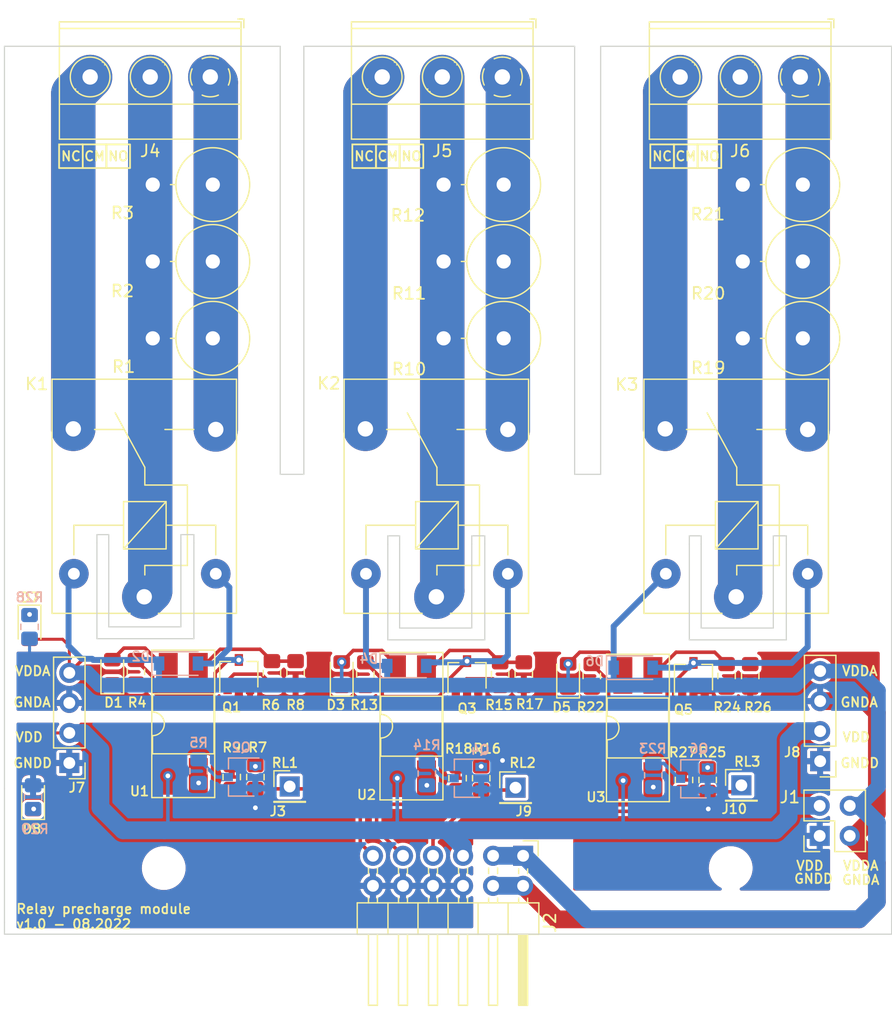
<source format=kicad_pcb>
(kicad_pcb (version 20211014) (generator pcbnew)
  (layers (0 "F.Cu" signal) (31 "B.Cu" signal) (34 "B.Paste" user) (35 "F.Paste" user) (36 "B.SilkS" user "B.Silkscreen") (37 "F.SilkS" user "F.Silkscreen") (38 "B.Mask" user) (39 "F.Mask" user) (44 "Edge.Cuts" user))
  (net 0 "")
  (net 1 "Net-(D1-Pad1)")
  (net 2 "VDDA")
  (net 3 "Net-(D2-Pad2)")
  (net 4 "Net-(D3-Pad1)")
  (net 5 "Net-(D4-Pad2)")
  (net 6 "Net-(D5-Pad1)")
  (net 7 "Net-(D6-Pad2)")
  (net 8 "GNDA")
  (net 9 "GNDD")
  (net 10 "VDD")
  (net 11 "/RL3")
  (net 12 "/RL2")
  (net 13 "/RL1")
  (net 14 "/RL1_NC")
  (net 15 "/RL1_CM")
  (net 16 "/RL1_NO")
  (net 17 "/RL2_NC")
  (net 18 "/RL2_CM")
  (net 19 "/RL2_NO")
  (net 20 "/RL3_NC")
  (net 21 "/RL3_CM")
  (net 22 "/RL3_NO")
  (net 23 "Net-(Q1-Pad1)")
  (net 24 "Net-(Q2-Pad1)")
  (net 25 "Net-(Q2-Pad3)")
  (net 26 "Net-(Q3-Pad1)")
  (net 27 "Net-(Q4-Pad1)")
  (net 28 "Net-(Q4-Pad3)")
  (net 29 "Net-(Q5-Pad1)")
  (net 30 "Net-(Q6-Pad1)")
  (net 31 "Net-(Q6-Pad3)")
  (net 32 "Net-(R5-Pad2)")
  (net 33 "Net-(R6-Pad1)")
  (net 34 "Net-(R14-Pad2)")
  (net 35 "Net-(R15-Pad1)")
  (net 36 "Net-(R23-Pad2)")
  (net 37 "Net-(R24-Pad1)")
  (net 38 "Net-(D7-Pad1)")
  (net 39 "Net-(D8-Pad1)")
  (footprint "Resistor_SMD:R_0805_2012Metric_Pad1.20x1.40mm_HandSolder" (layer "F.Cu") (at 45.2 84.5 90)
    (fp_text reference "R7")
    (fp_text value "4k7")
  )
  (footprint "Resistor_SMD:R_0805_2012Metric_Pad1.20x1.40mm_HandSolder" (layer "F.Cu") (at 85.05 75.95 -90)
    (fp_text reference "R24")
    (fp_text value "4k7")
  )
  (footprint "TerminalBlock_Phoenix:TerminalBlock_Phoenix_MKDS-1,5-3-5.08_1x03_P5.08mm_Horizontal" (layer "F.Cu") (at 41.385 25.295 180)
    (fp_text reference "J4")
    (fp_text value "Screw_Terminal_01x03")
  )
  (footprint "LED_SMD:LED_0805_2012Metric_Pad1.15x1.40mm_HandSolder" (layer "F.Cu") (at 33.1 75.6 90)
    (fp_text reference "D1")
    (fp_text value "LED")
  )
  (footprint "Relay_THT:Relay_SPDT_SANYOU_SRD_Series_Form_C" (layer "F.Cu") (at 35.8 69.2568 90)
    (fp_text reference "K1")
    (fp_text value "SANYOU_SRD_Form_C")
  )
  (footprint "Connector_PinHeader_2.54mm:PinHeader_1x04_P2.54mm_Vertical" (layer "F.Cu") (at 92.964 83.1596 180)
    (fp_text reference "J8")
    (fp_text value "Conn_01x04")
  )
  (footprint "Resistor_THT:R_Axial_DIN0617_L17.0mm_D6.0mm_P5.08mm_Vertical" (layer "F.Cu") (at 41.6 40.9 180)
    (fp_text reference "R2")
    (fp_text value "TBD")
  )
  (footprint "Resistor_THT:R_Axial_DIN0617_L17.0mm_D6.0mm_P5.08mm_Vertical" (layer "F.Cu") (at 91.5 34.4 180)
    (fp_text reference "R21")
    (fp_text value "TBD")
  )
  (footprint "LED_SMD:LED_0805_2012Metric_Pad1.15x1.40mm_HandSolder" (layer "F.Cu") (at 71.65 75.95 90)
    (fp_text reference "D5")
    (fp_text value "LED")
  )
  (footprint "Connector_PinHeader_2.54mm:PinHeader_2x02_P2.54mm_Vertical" (layer "F.Cu") (at 92.925 89.475 90)
    (fp_text reference "J1")
    (fp_text value "Conn_02x02_Odd_Even")
  )
  (footprint "Resistor_SMD:R_0805_2012Metric_Pad1.20x1.40mm_HandSolder" (layer "F.Cu") (at 73.65 75.95 -90)
    (fp_text reference "R22")
    (fp_text value "2k2")
  )
  (footprint "Resistor_THT:R_Axial_DIN0617_L17.0mm_D6.0mm_P5.08mm_Vertical" (layer "F.Cu") (at 41.6 47.4 180)
    (fp_text reference "R1")
    (fp_text value "TBD")
  )
  (footprint "Package_DIP:DIP-4_W8.89mm_SMDSocket_LongPads" (layer "F.Cu") (at 77.55 80.35 90)
    (fp_text reference "U3")
    (fp_text value "PC817")
  )
  (footprint "Resistor_THT:R_Axial_DIN0617_L17.0mm_D6.0mm_P5.08mm_Vertical" (layer "F.Cu") (at 66.2 34.4 180)
    (fp_text reference "R12")
    (fp_text value "TBD")
  )
  (footprint "Connector_PinHeader_2.54mm:PinHeader_1x01_P2.54mm_Vertical" (layer "F.Cu") (at 86.3 85.2)
    (fp_text reference "J10")
    (fp_text value "Conn_01x01")
  )
  (footprint "Relay_THT:Relay_SPDT_SANYOU_SRD_Series_Form_C" (layer "F.Cu") (at 60.5028 69.2568 90)
    (fp_text reference "K2")
    (fp_text value "SANYOU_SRD_Form_C")
  )
  (footprint "Package_DIP:DIP-4_W8.89mm_SMDSocket_LongPads" (layer "F.Cu") (at 39.1 80 90)
    (fp_text reference "U1")
    (fp_text value "PC817")
  )
  (footprint "MountingHole:MountingHole_3.2mm_M3" (layer "F.Cu") (at 37.45 92.2)
    (fp_text reference "REF**" hide)
    (fp_text value "MountingHole_3.2mm_M3")
  )
  (footprint "Resistor_THT:R_Axial_DIN0617_L17.0mm_D6.0mm_P5.08mm_Vertical" (layer "F.Cu") (at 41.6 34.4 180)
    (fp_text reference "R3")
    (fp_text value "TBD")
  )
  (footprint "Resistor_SMD:R_0805_2012Metric_Pad1.20x1.40mm_HandSolder" (layer "F.Cu") (at 54.5 75.8 -90)
    (fp_text reference "R13")
    (fp_text value "2k2")
  )
  (footprint "Resistor_SMD:R_0805_2012Metric_Pad1.20x1.40mm_HandSolder" (layer "F.Cu") (at 67.9 75.8 90)
    (fp_text reference "R17")
    (fp_text value "47k")
  )
  (footprint "Resistor_SMD:R_0805_2012Metric_Pad1.20x1.40mm_HandSolder" (layer "F.Cu") (at 43.2 84.5 -90)
    (fp_text reference "R9")
    (fp_text value "47k")
  )
  (footprint "Package_TO_SOT_SMD:SOT-23W" (layer "F.Cu") (at 63.1 75.9 90)
    (fp_text reference "Q3")
    (fp_text value "BCW66H")
  )
  (footprint "TerminalBlock_Phoenix:TerminalBlock_Phoenix_MKDS-1,5-3-5.08_1x03_P5.08mm_Horizontal" (layer "F.Cu") (at 66.085 25.295 180)
    (fp_text reference "J5")
    (fp_text value "Screw_Terminal_01x03")
  )
  (footprint "Resistor_SMD:R_0805_2012Metric_Pad1.20x1.40mm_HandSolder" (layer "F.Cu") (at 46.6 75.7 -90)
    (fp_text reference "R6")
    (fp_text value "4k7")
  )
  (footprint "LED_SMD:LED_0805_2012Metric_Pad1.15x1.40mm_HandSolder" (layer "F.Cu") (at 26.1 71.825 -90)
    (fp_text reference "D7")
    (fp_text value "LED")
  )
  (footprint "Resistor_SMD:R_0805_2012Metric_Pad1.20x1.40mm_HandSolder" (layer "F.Cu") (at 62.3 84.6 -90)
    (fp_text reference "R18")
    (fp_text value "47k")
  )
  (footprint "Relay_THT:Relay_SPDT_SANYOU_SRD_Series_Form_C" (layer "F.Cu") (at 85.8608 69.2568 90)
    (fp_text reference "K3")
    (fp_text value "SANYOU_SRD_Form_C")
  )
  (footprint "Connector_PinHeader_2.54mm:PinHeader_1x01_P2.54mm_Vertical" (layer "F.Cu") (at 48.1 85.3)
    (fp_text reference "J3")
    (fp_text value "Conn_01x01")
  )
  (footprint "Resistor_THT:R_Axial_DIN0617_L17.0mm_D6.0mm_P5.08mm_Vertical" (layer "F.Cu") (at 66.2 40.9 180)
    (fp_text reference "R11")
    (fp_text value "TBD")
  )
  (footprint "Resistor_SMD:R_0805_2012Metric_Pad1.20x1.40mm_HandSolder" (layer "F.Cu") (at 83.45 84.75 90)
    (fp_text reference "R25")
    (fp_text value "4k7")
  )
  (footprint "TerminalBlock_Phoenix:TerminalBlock_Phoenix_MKDS-1,5-3-5.08_1x03_P5.08mm_Horizontal" (layer "F.Cu") (at 91.28 25.3 180)
    (fp_text reference "J6")
    (fp_text value "Screw_Terminal_01x03")
  )
  (footprint "Connector_PinHeader_2.54mm:PinHeader_1x04_P2.54mm_Vertical" (layer "F.Cu") (at 29.464 83.312 180)
    (fp_text reference "J7")
    (fp_text value "Conn_01x04")
  )
  (footprint "Resistor_SMD:R_0805_2012Metric_Pad1.20x1.40mm_HandSolder" (layer "F.Cu") (at 87.05 75.95 90)
    (fp_text reference "R26")
    (fp_text value "47k")
  )
  (footprint "Package_DIP:DIP-4_W8.89mm_SMDSocket_LongPads" (layer "F.Cu") (at 58.4 80.2 90)
    (fp_text reference "U2")
    (fp_text value "PC817")
  )
  (footprint "MountingHole:MountingHole_3.2mm_M3" (layer "F.Cu") (at 85.4 92.2)
    (fp_text reference "REF**" hide)
    (fp_text value "MountingHole_3.2mm_M3")
  )
  (footprint "Package_TO_SOT_SMD:SOT-23W" (layer "F.Cu") (at 43.8 75.8 90)
    (fp_text reference "Q1")
    (fp_text value "BCW66H")
  )
  (footprint "Connector_PinHeader_2.54mm:PinHeader_1x01_P2.54mm_Vertical" (layer "F.Cu") (at 67.2 85.4)
    (fp_text reference "J9")
    (fp_text value "Conn_01x01")
  )
  (footprint "LED_SMD:LED_0805_2012Metric_Pad1.15x1.40mm_HandSolder" (layer "F.Cu") (at 52.5 75.8 90)
    (fp_text reference "D3")
    (fp_text value "LED")
  )
  (footprint "Connector_PinHeader_2.54mm:PinHeader_2x06_P2.54mm_Horizontal" (layer "F.Cu") (at 67.8434 91.1606 -90)
    (fp_text reference "J2")
    (fp_text value "Conn_02x06_Odd_Even")
  )
  (footprint "Resistor_THT:R_Axial_DIN0617_L17.0mm_D6.0mm_P5.08mm_Vertical" (layer "F.Cu") (at 66.2 47.4 180)
    (fp_text reference "R10")
    (fp_text value "TBD")
  )
  (footprint "Package_TO_SOT_SMD:SOT-23W" (layer "F.Cu") (at 82.25 76.05 90)
    (fp_text reference "Q5")
    (fp_text value "BCW66H")
  )
  (footprint "Resistor_THT:R_Axial_DIN0617_L17.0mm_D6.0mm_P5.08mm_Vertical" (layer "F.Cu") (at 91.5 47.4 180)
    (fp_text reference "R19")
    (fp_text value "TBD")
  )
  (footprint "Resistor_SMD:R_0805_2012Metric_Pad1.20x1.40mm_HandSolder" (layer "F.Cu") (at 81.45 84.75 -90)
    (fp_text reference "R27")
    (fp_text value "47k")
  )
  (footprint "Resistor_THT:R_Axial_DIN0617_L17.0mm_D6.0mm_P5.08mm_Vertical" (layer "F.Cu") (at 91.5 40.9 180)
    (fp_text reference "R20")
    (fp_text value "TBD")
  )
  (footprint "Resistor_SMD:R_0805_2012Metric_Pad1.20x1.40mm_HandSolder" (layer "F.Cu") (at 35.1 75.6 -90)
    (fp_text reference "R4")
    (fp_text value "2k2")
  )
  (footprint "Resistor_SMD:R_0805_2012Metric_Pad1.20x1.40mm_HandSolder" (layer "F.Cu") (at 48.6 75.7 90)
    (fp_text reference "R8")
    (fp_text value "47k")
  )
  (footprint "Resistor_SMD:R_0805_2012Metric_Pad1.20x1.40mm_HandSolder" (layer "F.Cu") (at 64.3 84.6 90)
    (fp_text reference "R16")
    (fp_text value "4k7")
  )
  (footprint "Resistor_SMD:R_0805_2012Metric_Pad1.20x1.40mm_HandSolder" (layer "F.Cu") (at 65.9 75.8 -90)
    (fp_text reference "R15")
    (fp_text value "4k7")
  )
  (footprint "LED_SMD:LED_0805_2012Metric_Pad1.15x1.40mm_HandSolder" (layer "F.Cu") (at 26.4 86.225 90)
    (fp_text reference "D8")
    (fp_text value "LED")
  )
  (footprint "Resistor_SMD:R_0805_2012Metric_Pad1.20x1.40mm_HandSolder" (layer "B.Cu") (at 59.7 84.2 -90)
    (fp_text reference "R14")
    (fp_text value "360R,>0.35W")
  )
  (footprint "Resistor_SMD:R_0805_2012Metric_Pad1.20x1.40mm_HandSolder" (layer "B.Cu") (at 40.4 84 -90)
    (fp_text reference "R5")
    (fp_text value "360R,>0.35W")
  )
  (footprint "Diode_SMD:D_SOD-123" (layer "B.Cu") (at 58 75.1)
    (fp_text reference "D4")
    (fp_text value "1N4148")
  )
  (footprint "Package_TO_SOT_SMD:SOT-23W" (layer "B.Cu") (at 63.1 84.6 180)
    (fp_text reference "Q4")
    (fp_text value "BCW66H")
  )
  (footprint "Package_TO_SOT_SMD:SOT-23W" (layer "B.Cu") (at 44 84.5 180)
    (fp_text reference "Q2")
    (fp_text value "BCW66H")
  )
  (footprint "Package_TO_SOT_SMD:SOT-23W" (layer "B.Cu") (at 82.25 84.65 180)
    (fp_text reference "Q6")
    (fp_text value "BCW66H")
  )
  (footprint "Diode_SMD:D_SOD-123" (layer "B.Cu") (at 38.7 74.9)
    (fp_text reference "D2")
    (fp_text value "1N4148")
  )
  (footprint "Resistor_SMD:R_0805_2012Metric_Pad1.20x1.40mm_HandSolder" (layer "B.Cu") (at 78.85 84.35 -90)
    (fp_text reference "R23")
    (fp_text value "360R,>0.35W")
  )
  (footprint "Resistor_SMD:R_0805_2012Metric_Pad1.20x1.40mm_HandSolder" (layer "B.Cu") (at 26.4 86.2 -90)
    (fp_text reference "R29")
    (fp_text value "2k")
  )
  (footprint "Diode_SMD:D_SOD-123" (layer "B.Cu") (at 77.15 75.25)
    (fp_text reference "D6")
    (fp_text value "1N4148")
  )
  (footprint "Resistor_SMD:R_0805_2012Metric_Pad1.20x1.40mm_HandSolder" (layer "B.Cu") (at 26.1 71.8 90)
    (fp_text reference "R28")
    (fp_text value "2k")
  )
  (gr_rect (start 32.6 31) (end 34.6 33) (layer "F.SilkS") (width 0.15) (fill none))
  (gr_rect (start 53.4 31) (end 55.4 33) (layer "F.SilkS") (width 0.15) (fill none))
  (gr_rect (start 82.6 31) (end 84.6 33) (layer "F.SilkS") (width 0.15) (fill none))
  (gr_rect (start 55.4 31) (end 57.4 33) (layer "F.SilkS") (width 0.15) (fill none))
  (gr_rect (start 30.6 31) (end 32.6 33) (layer "F.SilkS") (width 0.15) (fill none))
  (gr_rect (start 57.4 31) (end 59.4 33) (layer "F.SilkS") (width 0.15) (fill none))
  (gr_rect (start 80.6 31) (end 82.6 33) (layer "F.SilkS") (width 0.15) (fill none))
  (gr_rect (start 28.6 31) (end 30.6 33) (layer "F.SilkS") (width 0.15) (fill none))
  (gr_rect (start 78.6 31) (end 80.6 33) (layer "F.SilkS") (width 0.15) (fill none))
  (gr_line (start 40 64) (end 40 64.7) (layer "Edge.Cuts") (width 0.1))
  (gr_line (start 23.9776 96.774) (end 23.9776 97.79) (layer "Edge.Cuts") (width 0.1))
  (gr_line (start 64.6 64.1) (end 63.5 64.1) (layer "Edge.Cuts") (width 0.1))
  (gr_line (start 82.9 64.1) (end 81.9 64.1) (layer "Edge.Cuts") (width 0.1))
  (gr_line (start 32.8 71.8) (end 32.8 64.7) (layer "Edge.Cuts") (width 0.1))
  (gr_line (start 23.9776 96.774) (end 23.9776 85.4456) (layer "Edge.Cuts") (width 0.1))
  (gr_line (start 57.4 64.1) (end 56.4 64.1) (layer "Edge.Cuts") (width 0.1))
  (gr_line (start 63.5 64.1) (end 63.5 64.8) (layer "Edge.Cuts") (width 0.1))
  (gr_line (start 56.4 64.8) (end 56.4 72.9) (layer "Edge.Cuts") (width 0.1))
  (gr_line (start 64.6 64.1) (end 64.6 64.8) (layer "Edge.Cuts") (width 0.1))
  (gr_line (start 32.8 64) (end 31.8 64) (layer "Edge.Cuts") (width 0.1))
  (gr_line (start 90.1 72.9) (end 90.1 64.8) (layer "Edge.Cuts") (width 0.1))
  (gr_line (start 81.9 72.9) (end 90.1 72.9) (layer "Edge.Cuts") (width 0.1))
  (gr_line (start 31.8 72.8) (end 40 72.8) (layer "Edge.Cuts") (width 0.1))
  (gr_line (start 89 64.1) (end 89 64.8) (layer "Edge.Cuts") (width 0.1))
  (gr_line (start 47.3 58.9) (end 49.3 58.9) (layer "Edge.Cuts") (width 0.1))
  (gr_line (start 63.5 64.8) (end 63.5 71.9) (layer "Edge.Cuts") (width 0.1))
  (gr_line (start 56.4 64.1) (end 56.4 64.8) (layer "Edge.Cuts") (width 0.1))
  (gr_line (start 72.2 58.9) (end 74.4 58.9) (layer "Edge.Cuts") (width 0.1))
  (gr_line (start 81.9 64.1) (end 81.9 64.8) (layer "Edge.Cuts") (width 0.1))
  (gr_line (start 23.9776 22.7) (end 47.3 22.7) (layer "Edge.Cuts") (width 0.1))
  (gr_line (start 81.9 64.8) (end 81.9 72.9) (layer "Edge.Cuts") (width 0.1))
  (gr_line (start 72.2 22.7) (end 72.2 58.9) (layer "Edge.Cuts") (width 0.1))
  (gr_line (start 99.0092 22.7) (end 99.0092 96.774) (layer "Edge.Cuts") (width 0.1))
  (gr_line (start 47.3 22.7) (end 47.3 58.9) (layer "Edge.Cuts") (width 0.1))
  (gr_line (start 99.0092 96.774) (end 99.0092 97.79) (layer "Edge.Cuts") (width 0.1))
  (gr_line (start 38.9 64) (end 38.9 64.7) (layer "Edge.Cuts") (width 0.1))
  (gr_line (start 57.4 64.1) (end 57.4 64.8) (layer "Edge.Cuts") (width 0.1))
  (gr_line (start 38.9 64.7) (end 38.9 71.8) (layer "Edge.Cuts") (width 0.1))
  (gr_line (start 89 71.9) (end 82.9 71.9) (layer "Edge.Cuts") (width 0.1))
  (gr_line (start 90.1 64.1) (end 89 64.1) (layer "Edge.Cuts") (width 0.1))
  (gr_line (start 74.4 58.9) (end 74.4 22.7) (layer "Edge.Cuts") (width 0.1))
  (gr_line (start 40 72.8) (end 40 64.7) (layer "Edge.Cuts") (width 0.1))
  (gr_line (start 40 64) (end 38.9 64) (layer "Edge.Cuts") (width 0.1))
  (gr_line (start 38.9 71.8) (end 32.8 71.8) (layer "Edge.Cuts") (width 0.1))
  (gr_line (start 64.6 72.9) (end 64.6 64.8) (layer "Edge.Cuts") (width 0.1))
  (gr_line (start 57.4 71.9) (end 57.4 64.8) (layer "Edge.Cuts") (width 0.1))
  (gr_line (start 82.9 64.1) (end 82.9 64.8) (layer "Edge.Cuts") (width 0.1))
  (gr_line (start 99.0092 97.79) (end 23.9776 97.79) (layer "Edge.Cuts") (width 0.1))
  (gr_line (start 31.8 64) (end 31.8 64.7) (layer "Edge.Cuts") (width 0.1))
  (gr_line (start 90.1 64.1) (end 90.1 64.8) (layer "Edge.Cuts") (width 0.1))
  (gr_line (start 63.5 71.9) (end 57.4 71.9) (layer "Edge.Cuts") (width 0.1))
  (gr_line (start 49.3 22.7) (end 72.2 22.7) (layer "Edge.Cuts") (width 0.1))
  (gr_line (start 32.8 64) (end 32.8 64.7) (layer "Edge.Cuts") (width 0.1))
  (gr_line (start 31.8 64.7) (end 31.8 72.8) (layer "Edge.Cuts") (width 0.1))
  (gr_line (start 74.4 22.7) (end 99.0092 22.7) (layer "Edge.Cuts") (width 0.1))
  (gr_line (start 49.3 58.9) (end 49.3 22.7) (layer "Edge.Cuts") (width 0.1))
  (gr_line (start 89 64.8) (end 89 71.9) (layer "Edge.Cuts") (width 0.1))
  (gr_line (start 82.9 71.9) (end 82.9 64.8) (layer "Edge.Cuts") (width 0.1))
  (gr_line (start 56.4 72.9) (end 64.6 72.9) (layer "Edge.Cuts") (width 0.1))
  (gr_line (start 23.9776 85.4456) (end 23.9776 22.7) (layer "Edge.Cuts") (width 0.1))
  (gr_text "RL2" (at 67.8 83.3) (layer "F.SilkS") (effects (font (size 0.8 0.8))))
  (gr_text "GNDA" (at 96.4 93.2) (layer "F.SilkS") (effects (font (size 0.8 0.8))))
  (gr_text "NO" (at 33.6 32) (layer "F.SilkS") (effects (font (size 0.8 0.8))))
  (gr_text "CM" (at 31.6 32) (layer "F.SilkS") (effects (font (size 0.8 0.8))))
  (gr_text "GNDD" (at 92.4 93.1) (layer "F.SilkS") (effects (font (size 0.8 0.8))))
  (gr_text "VDD" (at 96.012 81.1276) (layer "F.SilkS") (effects (font (size 0.8 0.8))))
  (gr_text "CM" (at 56.4 32) (layer "F.SilkS") (effects (font (size 0.8 0.8))))
  (gr_text "RL1" (at 47.7 83.3) (layer "F.SilkS") (effects (font (size 0.8 0.8))))
  (gr_text "VDD" (at 26.0604 81.1276) (layer "F.SilkS") (effects (font (size 0.8 0.8))))
  (gr_text "Relay precharge module\nv1.0 - 08.2022\n" (at 24.9 96.3) (layer "F.SilkS") (effects (font (size 0.8 0.8)) (justify left)))
  (gr_text "NC" (at 79.6 32) (layer "F.SilkS") (effects (font (size 0.8 0.8))))
  (gr_text "VDD" (at 92.1 92) (layer "F.SilkS") (effects (font (size 0.8 0.8))))
  (gr_text "GNDD" (at 96.3168 83.312) (layer "F.SilkS") (effects (font (size 0.8 0.8))))
  (gr_text "GNDA" (at 96.266 78.1812) (layer "F.SilkS") (effects (font (size 0.8 0.8))))
  (gr_text "NC" (at 29.6 32) (layer "F.SilkS") (effects (font (size 0.8 0.8))))
  (gr_text "NC" (at 54.4 32) (layer "F.SilkS") (effects (font (size 0.8 0.8))))
  (gr_text "RL3" (at 86.8 83.2) (layer "F.SilkS") (effects (font (size 0.8 0.8))))
  (gr_text "CM" (at 81.6 32) (layer "F.SilkS") (effects (font (size 0.8 0.8))))
  (gr_text "VDDA" (at 96.4 92) (layer "F.SilkS") (effects (font (size 0.8 0.8))))
  (gr_text "NO" (at 83.6 32) (layer "F.SilkS") (effects (font (size 0.8 0.8))))
  (gr_text "GNDA" (at 26.3144 78.1812) (layer "F.SilkS") (effects (font (size 0.8 0.8))))
  (gr_text "VDDA" (at 96.3168 75.5396) (layer "F.SilkS") (effects (font (size 0.8 0.8))))
  (gr_text "VDDA" (at 26.3652 75.5396) (layer "F.SilkS") (effects (font (size 0.8 0.8))))
  (gr_text "GNDD" (at 26.3652 83.312) (layer "F.SilkS") (effects (font (size 0.8 0.8))))
  (gr_text "NO" (at 58.4 32) (layer "F.SilkS") (effects (font (size 0.8 0.8))))
  (segment (start 33.1 76.625) (end 35.075 76.625) (width 0.3) (layer "F.Cu") (net 1))
  (segment (start 35.075 76.625) (end 35.1 76.6) (width 0.3) (layer "F.Cu") (net 1))
  (segment (start 30.581 74.575) (end 29.464 75.692) (width 0.3) (layer "F.Cu") (net 2))
  (segment (start 37.83 75.555) (end 35.871 73.596) (width 0.3) (layer "F.Cu") (net 2))
  (segment (start 35.871 73.596) (end 34.079 73.596) (width 0.3) (layer "F.Cu") (net 2))
  (segment (start 52.5 74.775) (end 53.479 73.796) (width 0.3) (layer "F.Cu") (net 2))
  (segment (start 55.896 73.796) (end 57.13 75.03) (width 0.3) (layer "F.Cu") (net 2))
  (segment (start 53.479 73.796) (end 55.896 73.796) (width 0.3) (layer "F.Cu") (net 2))
  (segment (start 75.071 73.946) (end 72.629 73.946) (width 0.3) (layer "F.Cu") (net 2))
  (segment (start 28.9 72.85) (end 29.464 73.414) (width 0.254) (layer "F.Cu") (net 2))
  (segment (start 72.629 73.946) (end 71.65 74.925) (width 0.3) (layer "F.Cu") (net 2))
  (segment (start 29.464 73.414) (end 29.464 75.692) (width 0.254) (layer "F.Cu") (net 2))
  (segment (start 76.28 75.155) (end 75.071 73.946) (width 0.3) (layer "F.Cu") (net 2))
  (segment (start 76.28 75.905) (end 76.28 75.155) (width 0.3) (layer "F.Cu") (net 2))
  (segment (start 33.1 74.575) (end 30.581 74.575) (width 0.3) (layer "F.Cu") (net 2))
  (segment (start 57.13 75.03) (end 57.13 75.755) (width 0.3) (layer "F.Cu") (net 2))
  (segment (start 34.079 73.596) (end 33.1 74.575) (width 0.3) (layer "F.Cu") (net 2))
  (segment (start 26.1 72.85) (end 28.9 72.85) (width 0.254) (layer "F.Cu") (net 2))
  (via (at 52.5 74.775) (size 0.8) (drill 0.4) (layers "F.Cu" "B.Cu") (net 2))
  (via (at 71.65 74.925) (size 0.8) (drill 0.4) (layers "F.Cu" "B.Cu") (net 2))
  (segment (start 29.464 75.692) (end 30.992 75.692) (width 1.25) (layer "B.Cu") (net 2))
  (segment (start 75.421 76.729) (end 90.871 76.729) (width 1.25) (layer "B.Cu") (net 2))
  (segment (start 75.5 71.75) (end 75.5 75.25) (width 0.5) (layer "B.Cu") (net 2))
  (segment (start 96.335 86.935) (end 95.465 86.935) (width 1.5) (layer "B.Cu") (net 2))
  (segment (start 29.4 67.7568) (end 29.85 67.3068) (width 0.5) (layer "B.Cu") (net 2))
  (segment (start 92.0604 75.5396) (end 92.964 75.5396) (width 1.25) (layer "B.Cu") (net 2))
  (segment (start 96.265 86.935) (end 95.465 86.935) (width 1.25) (layer "B.Cu") (net 2))
  (segment (start 79.9108 67.3068) (end 79.9108 67.3392) (width 0.3) (layer "B.Cu") (net 2))
  (segment (start 97.7592 95.0408) (end 97.7592 88.3592) (width 1.5) (layer "B.Cu") (net 2))
  (segment (start 52.479 76.729) (end 56.421 76.729) (width 1.25) (layer "B.Cu") (net 2))
  (segment (start 75.5 75.25) (end 75.5 76.65) (width 0.5) (layer "B.Cu") (net 2))
  (segment (start 52.5 76.708) (end 52.479 76.729) (width 0.3) (layer "B.Cu") (net 2))
  (segment (start 36.725 74.6) (end 31.475 74.6) (width 0.5) (layer "B.Cu") (net 2))
  (segment (start 56.35 76.658) (end 56.421 76.729) (width 0.5) (layer "B.Cu") (net 2))
  (segment (start 30.992 75.692) (end 32.029 76.729) (width 1.25) (layer "B.Cu") (net 2))
  (segment (start 71.65 76.6) (end 71.521 76.729) (width 0.3) (layer "B.Cu") (net 2))
  (segment (start 36.971 76.729) (end 52.479 76.729) (width 1.25) (layer "B.Cu") (net 2))
  (segment (start 37.05 74.9) (end 37.05 76.65) (width 0.5) (layer "B.Cu") (net 2))
  (segment (start 37.05 74.9) (end 36.65 74.5) (width 0.3) (layer "B.Cu") (net 2))
  (segment (start 67.925352 91.1606) (end 73.284752 96.52) (width 1.5) (layer "B.Cu") (net 2))
  (segment (start 55.3 75.1) (end 56.35 75.1) (width 0.5) (layer "B.Cu") (net 2))
  (segment (start 29.4 73.4) (end 29.4 67.7568) (width 0.5) (layer "B.Cu") (net 2))
  (segment (start 65.3034 91.1606) (end 67.8434 91.1606) (width 1.5) (layer "B.Cu") (net 2))
  (segment (start 32.029 76.729) (end 36.971 76.729) (width 1.25) (layer "B.Cu") (net 2))
  (segment (start 90.871 76.729) (end 92.0604 75.5396) (width 1.25) (layer "B.Cu") (net 2))
  (segment (start 97.8842 85.3158) (end 96.265 86.935) (width 1.25) (layer "B.Cu") (net 2))
  (segment (start 31.4 74.5) (end 30.5 74.5) (width 0.5) (layer "B.Cu") (net 2))
  (segment (start 96.2396 75.5396) (end 97.8842 77.1842) (width 1.25) (layer "B.Cu") (net 2))
  (segment (start 79.9108 67.3392) (end 75.5 71.75) (width 0.5) (layer "B.Cu") (net 2))
  (segment (start 96.28 96.52) (end 97.7592 95.0408) (width 1.5) (layer "B.Cu") (net 2))
  (segment (start 97.8842 77.1842) (end 97.8842 85.3158) (width 1.25) (layer "B.Cu") (net 2))
  (segment (start 54.5528 67.3068) (end 54.5528 74.3528) (width 0.5) (layer "B.Cu") (net 2))
  (segment (start 30.5 74.5) (end 29.4 73.4) (width 0.5) (layer "B.Cu") (net 2))
  (segment (start 71.521 76.729) (end 75.421 76.729) (width 1.25) (layer "B.Cu") (net 2))
  (segment (start 97.7592 88.3592) (end 96.335 86.935) (width 1.5) (layer "B.Cu") (net 2))
  (segment (start 56.421 76.729) (end 71.521 76.729) (width 1.25) (layer "B.Cu") (net 2))
  (segment (start 71.65 74.925) (end 71.65 76.6) (width 0.3) (layer "B.Cu") (net 2))
  (segment (start 37.05 76.65) (end 36.971 76.729) (width 0.3) (layer "B.Cu") (net 2))
  (segment (start 54.5528 74.3528) (end 55.3 75.1) (width 0.5) (layer "B.Cu") (net 2))
  (segment (start 75.5 76.65) (end 75.421 76.729) (width 0.3) (layer "B.Cu") (net 2))
  (segment (start 67.8434 91.1606) (end 67.925352 91.1606) (width 1.5) (layer "B.Cu") (net 2))
  (segment (start 52.5 74.775) (end 52.5 76.708) (width 0.3) (layer "B.Cu") (net 2))
  (segment (start 92.964 75.5396) (end 96.2396 75.5396) (width 1.25) (layer "B.Cu") (net 2))
  (segment (start 73.284752 96.52) (end 96.28 96.52) (width 1.5) (layer "B.Cu") (net 2))
  (segment (start 56.35 75.1) (end 56.35 76.658) (width 0.5) (layer "B.Cu") (net 2))
  (segment (start 36.5 76) (end 35.1 74.6) (width 0.3) (layer "F.Cu") (net 3))
  (segment (start 41.8 77.2) (end 41.491 77.509) (width 0.3) (layer "F.Cu") (net 3))
  (segment (start 42.9 74.6) (end 41.8 75.7) (width 0.3) (layer "F.Cu") (net 3))
  (segment (start 41.8 75.7) (end 41.8 77.2) (width 0.3) (layer "F.Cu") (net 3))
  (segment (start 36.835 77.509) (end 36.5 77.174) (width 0.3) (layer "F.Cu") (net 3))
  (segment (start 41.491 77.509) (end 36.835 77.509) (width 0.3) (layer "F.Cu") (net 3))
  (segment (start 36.5 77.174) (end 36.5 76) (width 0.3) (layer "F.Cu") (net 3))
  (segment (start 43.8 74.6) (end 42.9 74.6) (width 0.3) (layer "F.Cu") (net 3))
  (via (at 43.8 74.6) (size 0.8) (drill 0.4) (layers "F.Cu" "B.Cu") (net 3))
  (segment (start 43 68.4568) (end 41.85 67.3068) (width 0.5) (layer "B.Cu") (net 3))
  (segment (start 43.8 74.6) (end 42 74.6) (width 0.5) (layer "B.Cu") (net 3))
  (segment (start 43 73.6) (end 43 68.4568) (width 0.5) (layer "B.Cu") (net 3))
  (segment (start 42 74.6) (end 41.7 74.9) (width 0.3) (layer "B.Cu") (net 3))
  (segment (start 41.7 74.9) (end 43 73.6) (width 0.5) (layer "B.Cu") (net 3))
  (segment (start 40.35 74.9) (end 41.7 74.9) (width 0.5) (layer "B.Cu") (net 3))
  (segment (start 54.475 76.825) (end 54.5 76.8) (width 0.3) (layer "F.Cu") (net 4))
  (segment (start 52.5 76.825) (end 54.475 76.825) (width 0.3) (layer "F.Cu") (net 4))
  (segment (start 61.396 77) (end 61.396 76.404) (width 0.3) (layer "F.Cu") (net 5))
  (segment (start 54.5 74.8) (end 55.926 76.226) (width 0.3) (layer "F.Cu") (net 5))
  (segment (start 61.396 76.404) (end 63.1 74.7) (width 0.3) (layer "F.Cu") (net 5))
  (segment (start 60.687 77.709) (end 61.396 77) (width 0.3) (layer "F.Cu") (net 5))
  (segment (start 55.926 76.226) (end 55.926 77.709) (width 0.3) (layer "F.Cu") (net 5))
  (segment (start 55.926 77.709) (end 60.687 77.709) (width 0.3) (layer "F.Cu") (net 5))
  (via (at 63.1 74.7) (size 0.8) (drill 0.4) (layers "F.Cu" "B.Cu") (net 5))
  (segment (start 66.5528 74.1972) (end 66.5528 67.3068) (width 0.5) (layer "B.Cu") (net 5))
  (segment (start 63.1 74.7) (end 66.05 74.7) (width 0.5) (layer "B.Cu") (net 5))
  (segment (start 63 74.8) (end 63.1 74.7) (width 0.3) (layer "B.Cu") (net 5))
  (segment (start 66.05 74.7) (end 66.5528 74.1972) (width 0.5) (layer "B.Cu") (net 5))
  (segment (start 59.95 74.8) (end 63 74.8) (width 0.5) (layer "B.Cu") (net 5))
  (segment (start 59.65 75.1) (end 59.95 74.8) (width 0.3) (layer "B.Cu") (net 5))
  (segment (start 71.675 76.95) (end 71.65 76.975) (width 0.3) (layer "F.Cu") (net 6))
  (segment (start 73.65 76.95) (end 71.675 76.95) (width 0.3) (layer "F.Cu") (net 6))
  (segment (start 80.024 77.859) (end 80.024 77.076) (width 0.3) (layer "F.Cu") (net 7))
  (segment (start 75.076 77.859) (end 80.024 77.859) (width 0.3) (layer "F.Cu") (net 7))
  (segment (start 73.65 74.95) (end 75.076 76.376) (width 0.3) (layer "F.Cu") (net 7))
  (segment (start 75.076 76.376) (end 75.076 77.859) (width 0.3) (layer "F.Cu") (net 7))
  (segment (start 80.024 77.076) (end 82.25 74.85) (width 0.3) (layer "F.Cu") (net 7))
  (via (at 82.25 74.85) (size 0.8) (drill 0.4) (layers "F.Cu" "B.Cu") (net 7))
  (segment (start 78.8 75.25) (end 81.85 75.25) (width 0.5) (layer "B.Cu") (net 7))
  (segment (start 82.25 74.85) (end 90.55 74.85) (width 0.5) (layer "B.Cu") (net 7))
  (segment (start 90.55 74.85) (end 91.9108 73.4892) (width 0.5) (layer "B.Cu") (net 7))
  (segment (start 91.9108 73.4892) (end 91.9108 67.3068) (width 0.5) (layer "B.Cu") (net 7))
  (segment (start 81.85 75.25) (end 82.25 74.85) (width 0.5) (layer "B.Cu") (net 7))
  (segment (start 67.8434 93.7006) (end 70.6828 96.54) (width 1.5) (layer "F.Cu") (net 8))
  (segment (start 97.7592 91.7692) (end 95.465 89.475) (width 1.5) (layer "F.Cu") (net 8))
  (segment (start 96.7796 78.0796) (end 97.7592 79.0592) (width 1.5) (layer "F.Cu") (net 8))
  (segment (start 97.7592 87.6) (end 95.8842 89.475) (width 1.5) (layer "F.Cu") (net 8))
  (segment (start 97.7592 79.0592) (end 97.7592 87.6) (width 1.5) (layer "F.Cu") (net 8))
  (segment (start 97.7592 95.0408) (end 97.7592 91.7692) (width 1.5) (layer "F.Cu") (net 8))
  (segment (start 95.8842 89.475) (end 95.465 89.475) (width 1.5) (layer "F.Cu") (net 8))
  (segment (start 92.964 78.0796) (end 96.7796 78.0796) (width 1.5) (layer "F.Cu") (net 8))
  (segment (start 96.26 96.54) (end 97.7592 95.0408) (width 1.5) (layer "F.Cu") (net 8))
  (segment (start 70.6828 96.54) (end 96.26 96.54) (width 1.5) (layer "F.Cu") (net 8))
  (segment (start 26.1 72.8) (end 26.1 74.5) (width 0.254) (layer "B.Cu") (net 8))
  (segment (start 65.3034 93.7006) (end 67.8434 93.7006) (width 1.5) (layer "B.Cu") (net 8))
  (via (at 66.1 83.1) (size 0.8) (drill 0.4) (layers "F.Cu" "B.Cu") (net 9))
  (via (at 83.5 87.2) (size 0.8) (drill 0.4) (layers "F.Cu" "B.Cu") (net 9))
  (via (at 45.2 87.1) (size 0.8) (drill 0.4) (layers "F.Cu" "B.Cu") (net 9))
  (segment (start 27.078 80.772) (end 29.464 80.772) (width 0.254) (layer "F.Cu") (net 10))
  (segment (start 26.4 85.2) (end 26.4 81.45) (width 0.254) (layer "F.Cu") (net 10))
  (segment (start 26.4 81.45) (end 27.078 80.772) (width 0.254) (layer "F.Cu") (net 10))
  (via (at 57.2 84.6) (size 0.8) (drill 0.4) (layers "F.Cu" "B.Cu") (net 10))
  (via (at 37.8 84.4) (size 0.8) (drill 0.4) (layers "F.Cu" "B.Cu") (net 10))
  (via (at 76.3 84.8) (size 0.8) (drill 0.4) (layers "F.Cu" "B.Cu") (net 10))
  (segment (start 57.2 88.86) (end 57.06 89) (width 0.3) (layer "B.Cu") (net 10))
  (segment (start 37.8 88.7) (end 37.5 89) (width 0.3) (layer "B.Cu") (net 10))
  (segment (start 37.8 84.4) (end 37.8 88.7) (width 0.3) (layer "B.Cu") (net 10))
  (segment (start 29.464 80.772) (end 30.666081 80.772) (width 1.5) (layer "B.Cu") (net 10))
  (segment (start 32.1 82.205919) (end 32.1 87.1) (width 1.5) (layer "B.Cu") (net 10))
  (segment (start 76.3 84.8) (end 76.3 88.7) (width 0.3) (layer "B.Cu") (net 10))
  (segment (start 90.635 86.935) (end 92.925 86.935) (width 1.5) (layer "B.Cu") (net 10))
  (segment (start 76.3 88.7) (end 76 89) (width 0.3) (layer "B.Cu") (net 10))
  (segment (start 90.3 81.4) (end 91.0804 80.6196) (width 1.5) (layer "B.Cu") (net 10))
  (segment (start 32.1 87.1) (end 34 89) (width 1.5) (layer "B.Cu") (net 10))
  (segment (start 62.7634 91.1606) (end 62.7634 90.3986) (width 1.5) (layer "B.Cu") (net 10))
  (segment (start 57.2 84.6) (end 57.2 88.86) (width 0.3) (layer "B.Cu") (net 10))
  (segment (start 90.3 87.9) (end 90.3 86.6) (width 1.5) (layer "B.Cu") (net 10))
  (segment (start 34 89) (end 37.5 89) (width 1.5) (layer "B.Cu") (net 10))
  (segment (start 91.0804 80.6196) (end 92.964 80.6196) (width 1.5) (layer "B.Cu") (net 10))
  (segment (start 30.666081 80.772) (end 32.1 82.205919) (width 1.5) (layer "B.Cu") (net 10))
  (segment (start 37.5 89) (end 57.06 89) (width 1.5) (layer "B.Cu") (net 10))
  (segment (start 76 89) (end 89.2 89) (width 1.5) (layer "B.Cu") (net 10))
  (segment (start 90.3 86.6) (end 90.635 86.935) (width 1.5) (layer "B.Cu") (net 10))
  (segment (start 90.3 86.6) (end 90.3 81.4) (width 1.5) (layer "B.Cu") (net 10))
  (segment (start 62.7634 90.3986) (end 61.3648 89) (width 1.5) (layer "B.Cu") (net 10))
  (segment (start 61.3648 89) (end 76 89) (width 1.5) (layer "B.Cu") (net 10))
  (segment (start 57.06 89) (end 61.3648 89) (width 1.5) (layer "B.Cu") (net 10))
  (segment (start 89.2 89) (end 90.3 87.9) (width 1.5) (layer "B.Cu") (net 10))
  (segment (start 81.45 85.75) (end 83.45 85.75) (width 0.3) (layer "F.Cu") (net 11))
  (segment (start 62.587 87.4) (end 60.2234 89.7636) (width 0.3) (layer "F.Cu") (net 11))
  (segment (start 79.8 87.4) (end 62.587 87.4) (width 0.3) (layer "F.Cu") (net 11))
  (segment (start 60.2234 89.7636) (end 60.2234 91.1606) (width 0.3) (layer "F.Cu") (net 11))
  (segment (start 81.45 85.75) (end 79.8 87.4) (width 0.3) (layer "F.Cu") (net 11))
  (segment (start 83.45 85.75) (end 85.75 85.75) (width 0.3) (layer "F.Cu") (net 11))
  (segment (start 85.75 85.75) (end 86.3 85.2) (width 0.3) (layer "F.Cu") (net 11))
  (segment (start 66.9 85.6) (end 67.1 85.4) (width 0.3) (layer "F.Cu") (net 12))
  (segment (start 55.455 88.9322) (end 57.6834 91.1606) (width 0.3) (layer "F.Cu") (net 12))
  (segment (start 61.1 86.8) (end 62.3 85.6) (width 0.3) (layer "F.Cu") (net 12))
  (segment (start 56.2 86.8) (end 61.1 86.8) (width 0.3) (layer "F.Cu") (net 12))
  (segment (start 55.455 87.545) (end 55.455 88.9322) (width 0.3) (layer "F.Cu") (net 12))
  (segment (start 62.3 85.6) (end 64.3 85.6) (width 0.3) (layer "F.Cu") (net 12))
  (segment (start 55.455 87.545) (end 56.2 86.8) (width 0.3) (layer "F.Cu") (net 12))
  (segment (start 64.3 85.6) (end 67 85.6) (width 0.3) (layer "F.Cu") (net 12))
  (segment (start 67 85.6) (end 67.2 85.4) (width 0.3) (layer "F.Cu") (net 12))
  (segment (start 54.07 85.87) (end 54.07 90.0872) (width 0.3) (layer "F.Cu") (net 13))
  (segment (start 53.7 85.5) (end 54.07 85.87) (width 0.3) (layer "F.Cu") (net 13))
  (segment (start 48.1 85.3) (end 48.3 85.5) (width 0.3) (layer "F.Cu") (net 13))
  (segment (start 54.07 90.0872) (end 55.1434 91.1606) (width 0.3) (layer "F.Cu") (net 13))
  (segment (start 45.2 85.5) (end 47.9 85.5) (width 0.3) (layer "F.Cu") (net 13))
  (segment (start 47.9 85.5) (end 48.1 85.3) (width 0.3) (layer "F.Cu") (net 13))
  (segment (start 43.2 85.5) (end 45.2 85.5) (width 0.3) (layer "F.Cu") (net 13))
  (segment (start 48.3 85.5) (end 53.7 85.5) (width 0.3) (layer "F.Cu") (net 13))
  (segment (start 29.8 26.72) (end 31.225 25.295) (width 3.75) (layer "F.Cu") (net 14))
  (segment (start 29.8 55.0568) (end 29.8 26.72) (width 3.75) (layer "F.Cu") (net 14))
  (segment (start 29.8 55.0568) (end 29.8 26.72) (width 3.75) (layer "B.Cu") (net 14))
  (segment (start 29.8 26.72) (end 31.225 25.295) (width 3.75) (layer "B.Cu") (net 14))
  (segment (start 36.305 25.295) (end 36.305 68.7518) (width 3.75) (layer "F.Cu") (net 15))
  (segment (start 36.305 68.7518) (end 35.8 69.2568) (width 3.75) (layer "F.Cu") (net 15))
  (segment (start 36.305 25.295) (end 36.305 68.7518) (width 3.75) (layer "B.Cu") (net 15))
  (segment (start 36.305 68.7518) (end 35.8 69.2568) (width 3.75) (layer "B.Cu") (net 15))
  (segment (start 41.85 55.1068) (end 41.85 25.76) (width 3.75) (layer "F.Cu") (net 16))
  (segment (start 41.85 25.76) (end 41.385 25.295) (width 3.75) (layer "F.Cu") (net 16))
  (segment (start 41.85 55.1068) (end 41.85 25.76) (width 3.75) (layer "B.Cu") (net 16))
  (segment (start 41.85 25.76) (end 41.385 25.295) (width 3.75) (layer "B.Cu") (net 16))
  (segment (start 54.5028 55.0568) (end 54.5028 26.7172) (width 3.75) (layer "F.Cu") (net 17))
  (segment (start 54.5028 26.7172) (end 55.925 25.295) (width 3.75) (layer "F.Cu") (net 17))
  (segment (start 54.5028 55.0568) (end 54.5028 26.7172) (width 3.75) (layer "B.Cu") (net 17))
  (segment (start 54.5028 26.7172) (end 55.925 25.295) (width 3.75) (layer "B.Cu") (net 17))
  (segment (start 61.005 25.295) (end 61.005 68.7546) (width 3.75) (layer "F.Cu") (net 18))
  (segment (start 61.005 68.7546) (end 60.5028 69.2568) (width 3.75) (layer "F.Cu") (net 18))
  (segment (start 61.005 68.7546) (end 60.5028 69.2568) (width 3.75) (layer "B.Cu") (net 18))
  (segment (start 61.005 25.295) (end 61.005 68.7546) (width 3.75) (layer "B.Cu") (net 18))
  (segment (start 66.5528 25.7628) (end 66.085 25.295) (width 3.75) (layer "F.Cu") (net 19))
  (segment (start 66.5528 55.1068) (end 66.5528 25.7628) (width 3.75) (layer "F.Cu") (net 19))
  (segment (start 66.5528 55.1068) (end 66.5528 25.7628) (width 3.75) (layer "B.Cu") (net 19))
  (segment (start 66.5528 25.7628) (end 66.085 25.295) (width 3.75) (layer "B.Cu") (net 19))
  (segment (start 79.8608 55.0568) (end 79.8608 26.5592) (width 3.75) (layer "F.Cu") (net 20))
  (segment (start 79.8608 26.5592) (end 81.12 25.3) (width 3.75) (layer "F.Cu") (net 20))
  (segment (start 79.8608 55.0568) (end 79.8608 26.5592) (width 3.75) (layer "B.Cu") (net 20))
  (segment (start 79.8608 26.5592) (end 81.12 25.3) (width 3.75) (layer "B.Cu") (net 20))
  (segment (start 86.2 68.9176) (end 85.8608 69.2568) (width 3.75) (layer "F.Cu") (net 21))
  (segment (start 86.2 25.3) (end 86.2 68.9176) (width 3.75) (layer "F.Cu") (net 21))
  (segment (start 86.2 25.3) (end 86.2 68.9176) (width 3.75) (layer "B.Cu") (net 21))
  (segment (start 86.2 68.9176) (end 85.8608 69.2568) (width 3.75) (layer "B.Cu") (net 21))
  (segment (start 91.9108 55.1068) (end 91.9108 25.9308) (width 3.75) (layer "F.Cu") (net 22))
  (segment (start 91.9108 25.9308) (end 91.28 25.3) (width 3.75) (layer "F.Cu") (net 22))
  (segment (start 91.9108 25.9308) (end 91.28 25.3) (width 3.75) (layer "B.Cu") (net 22))
  (segment (start 91.9108 55.1068) (end 91.9108 25.9308) (width 3.75) (layer "B.Cu") (net 22))
  (segment (start 45.7 75.8) (end 46.6 76.7) (width 0.3) (layer "F.Cu") (net 23))
  (segment (start 43.4 75.8) (end 45.7 75.8) (width 0.3) (layer "F.Cu") (net 23))
  (segment (start 43.4 75.8) (end 42.85 76.35) (width 0.3) (layer "F.Cu") (net 23))
  (segment (start 42.85 76.35) (end 42.85 77) (width 0.3) (layer "F.Cu") (net 23))
  (via (at 45.2 83.6) (size 0.8) (drill 0.4) (layers "F.Cu" "B.Cu") (net 24))
  (segment (start 41.9 84.5) (end 40.4 83) (width 0.3) (layer "B.Cu") (net 25))
  (segment (start 42.8 84.5) (end 41.9 84.5) (width 0.3) (layer "B.Cu") (net 25))
  (segment (start 62.15 77.1) (end 63.054 76.196) (width 0.3) (layer "F.Cu") (net 26))
  (segment (start 65.296 76.196) (end 65.9 76.8) (width 0.3) (layer "F.Cu") (net 26))
  (segment (start 63.054 76.196) (end 65.296 76.196) (width 0.3) (layer "F.Cu") (net 26))
  (via (at 64.3 83.6) (size 0.8) (drill 0.4) (layers "F.Cu" "B.Cu") (net 27))
  (segment (start 61.1 84.6) (end 59.7 83.2) (width 0.3) (layer "B.Cu") (net 28))
  (segment (start 61.9 84.6) (end 61.1 84.6) (width 0.3) (layer "B.Cu") (net 28))
  (segment (start 85.05 76.95) (end 84.446 76.346) (width 0.3) (layer "F.Cu") (net 29))
  (segment (start 82.204 76.346) (end 81.3 77.25) (width 0.3) (layer "F.Cu") (net 29))
  (segment (start 84.446 76.346) (end 82.204 76.346) (width 0.3) (layer "F.Cu") (net 29))
  (via (at 83.45 83.7) (size 0.8) (drill 0.4) (layers "F.Cu" "B.Cu") (net 30))
  (segment (start 78.85 83.35) (end 79.75 83.35) (width 0.3) (layer "B.Cu") (net 31))
  (segment (start 79.75 83.35) (end 81.05 84.65) (width 0.3) (layer "B.Cu") (net 31))
  (via (at 40.4 85) (size 0.8) (drill 0.4) (layers "F.Cu" "B.Cu") (net 32))
  (segment (start 45.596 73.696) (end 42.229 73.696) (width 0.3) (layer "F.Cu") (net 33))
  (segment (start 46.6 74.7) (end 45.596 73.696) (width 0.3) (layer "F.Cu") (net 33))
  (segment (start 48.6 74.7) (end 46.6 74.7) (width 0.3) (layer "F.Cu") (net 33))
  (segment (start 42.229 73.696) (end 40.37 75.555) (width 0.3) (layer "F.Cu") (net 33))
  (via (at 59.7 85.2) (size 0.8) (drill 0.4) (layers "F.Cu" "B.Cu") (net 34))
  (segment (start 61.629 73.796) (end 64.896 73.796) (width 0.3) (layer "F.Cu") (net 35))
  (segment (start 65.9 74.8) (end 67.9 74.8) (width 0.3) (layer "F.Cu") (net 35))
  (segment (start 64.896 73.796) (end 65.9 74.8) (width 0.3) (layer "F.Cu") (net 35))
  (segment (start 59.67 75.755) (end 61.629 73.796) (width 0.3) (layer "F.Cu") (net 35))
  (via (at 78.85 85.35) (size 0.8) (drill 0.4) (layers "F.Cu" "B.Cu") (net 36))
  (segment (start 84.046 73.946) (end 80.779 73.946) (width 0.3) (layer "F.Cu") (net 37))
  (segment (start 87.05 74.95) (end 85.05 74.95) (width 0.3) (layer "F.Cu") (net 37))
  (segment (start 80.779 73.946) (end 78.82 75.905) (width 0.3) (layer "F.Cu") (net 37))
  (segment (start 85.05 74.95) (end 84.046 73.946) (width 0.3) (layer "F.Cu") (net 37))
  (via (at 26.1 70.75) (size 0.8) (drill 0.4) (layers "F.Cu" "B.Cu") (net 38))
  (via (at 26.45 87.2) (size 0.8) (drill 0.4) (layers "F.Cu" "B.Cu") (net 39))
  (zone (net 0) (net_name "") (layers F&B.Cu) (connect_pads (clearance 0)) (min_thickness 0.254)
    (keepout (tracks allowed) (vias allowed) (pads allowed) (copperpour not_allowed) (footprints allowed))
    (fill (thermal_gap 0.508) (thermal_bridge_width 0.508))
    (polygon (pts (xy 98.6 97.5) (xy 63.6212 97.5) (xy 63.6212 89.7524) (xy 72.0814 89.7524) (xy 72.0814 94.1) (xy 93.8 94.1) (xy 93.8 79.6) (xy 98.6 79.6)))
  )
  (zone (net 8) (net_name "GNDA") (layers F&B.Cu) (connect_pads (clearance 0.254)) (min_thickness 0.254) (fill yes (thermal_gap 0.254) (thermal_bridge_width 0.508))
    (polygon (pts (xy 98 78.9) (xy 25 78.9) (xy 25 73.9) (xy 98 73.9)))
  )
  (zone (net 9) (net_name "GNDD") (layers F&B.Cu) (connect_pads (clearance 0.254)) (min_thickness 0.254) (fill yes (thermal_gap 0.254) (thermal_bridge_width 0.508))
    (polygon (pts (xy 98 97.5) (xy 25 97.5) (xy 25 79.9) (xy 98 79.9)))
  )
)
</source>
